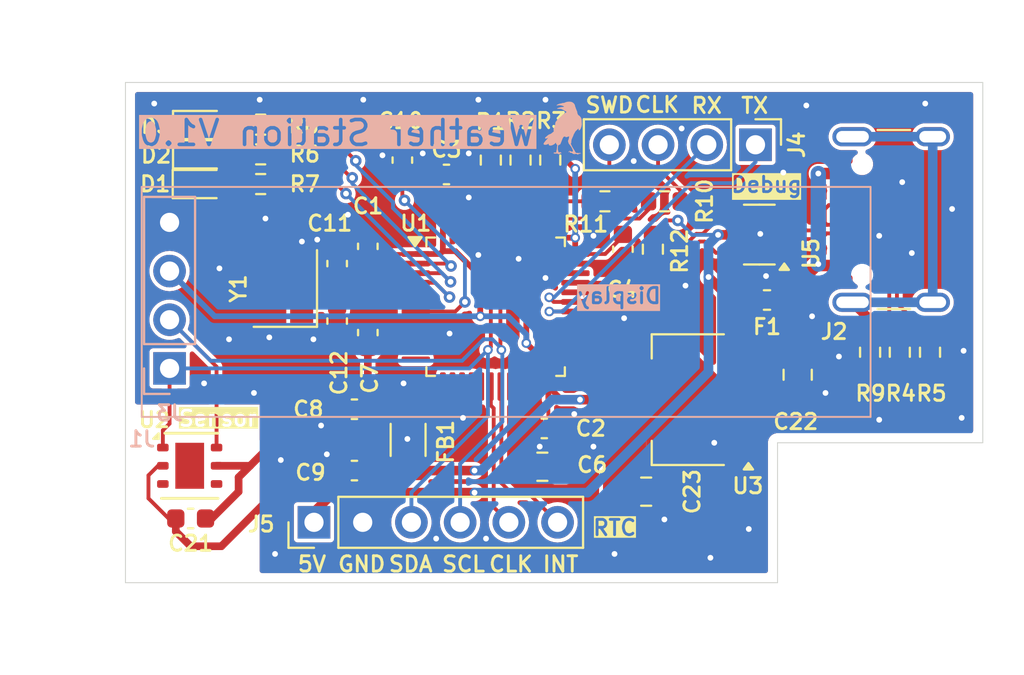
<source format=kicad_pcb>
(kicad_pcb (version 20240108) (generator "pcbnew") (generator_version "8.0")
  (layers (0 "F.Cu" signal) (1 "In1.Cu" signal) (2 "In2.Cu" signal) (31 "B.Cu" signal) (34 "B.Paste" user) (35 "F.Paste" user) (36 "B.SilkS" user "B.Silkscreen") (37 "F.SilkS" user "F.Silkscreen") (38 "B.Mask" user) (39 "F.Mask" user) (44 "Edge.Cuts" user))
  (net 0 "")
  (net 1 "+3.3V")
  (net 2 "GND")
  (net 3 "+3.3VA")
  (net 4 "/NRST")
  (net 5 "/OSC_IN")
  (net 6 "/OSC_OUT")
  (net 7 "/I2C1_SCL")
  (net 8 "/I2C1_SDA")
  (net 9 "/BOOT0")
  (net 15 "/SWDIO")
  (net 21 "Net-(D1-A)")
  (net 23 "Net-(D2-A)")
  (net 24 "VBUS")
  (net 25 "/SWCLK")
  (net 29 "Net-(D3-A)")
  (net 37 "/RTC_CLK")
  (net 38 "/RTC_INT")
  (net 39 "/LED_R")
  (net 40 "/LED_W")
  (net 41 "/LED_B")
  (net 42 "/VBUS_IN")
  (net 43 "/USB_D-")
  (net 44 "/USB_D+")
  (net 45 "/USART1_RX")
  (net 46 "/USART1_TX")
  (net 49 "Net-(J2-SHIELD)")
  (net 50 "/CC1")
  (net 51 "/CC2")
  (net 54 "/uC_SWDIO")
  (net 55 "/uC_SWCLK")
  (footprint "Connector_USB:USB_C_Receptacle_GCT_USB4105-xx-A_16P_TopMnt_Horizontal" (layer "F.Cu") (at 187.015 78.35 90)
    (property "Reference" "J2")
    (property "Value" "TYPE-C16PIN")
  )
  (footprint "Capacitor_SMD:C_0805_2012Metric" (layer "F.Cu") (at 173.150002 92.55)
    (property "Reference" "C23")
    (property "Value" "22u/10V")
  )
  (footprint "Package_QFP:LQFP-48_7x7mm_P0.5mm" (layer "F.Cu") (at 165.3 82.9)
    (property "Reference" "U1")
    (property "Value" "STM32F103C8T6")
  )
  (footprint "Capacitor_SMD:C_0603_1608Metric" (layer "F.Cu") (at 167.8375 89.25 180)
    (property "Reference" "C2")
    (property "Value" "100n/10V")
  )
  (footprint "Capacitor_SMD:C_0603_1608Metric" (layer "F.Cu") (at 171.9375 79.9 -90)
    (property "Reference" "C4")
    (property "Value" "100n/10V")
  )
  (footprint "Resistor_SMD:R_0603_1608Metric" (layer "F.Cu") (at 165.05 75.25 -90)
    (property "Reference" "R1")
    (property "Value" "10k")
  )
  (footprint "Connector_PinHeader_2.54mm:PinHeader_1x04_P2.54mm_Vertical" (layer "F.Cu") (at 178.85 74.45 -90)
    (property "Reference" "J4")
    (property "Value" "B-2100S04P-A110")
  )
  (footprint "Inductor_SMD:L_1206_3216Metric" (layer "F.Cu") (at 160.7375 89.85 -90)
    (property "Reference" "FB1")
    (property "Value" "GZ1608D601TF")
  )
  (footprint "Connector_PinHeader_2.54mm:PinHeader_1x06_P2.54mm_Vertical" (layer "F.Cu") (at 155.83 94.15 90)
    (property "Reference" "J5")
    (property "Value" "ZX-PZ2.54-1-6PZZ")
  )
  (footprint "Capacitor_SMD:C_0603_1608Metric" (layer "F.Cu") (at 162.7375 76)
    (property "Reference" "C3")
    (property "Value" "100n/10V")
  )
  (footprint "Capacitor_SMD:C_0603_1608Metric" (layer "F.Cu") (at 157.9375 88.25 180)
    (property "Reference" "C8")
    (property "Value" "1u/10V")
  )
  (footprint "LED_SMD:LED_0603_1608Metric" (layer "F.Cu") (at 149.965 74.95)
    (property "Reference" "D2")
    (property "Value" "KT-0603R")
  )
  (footprint "Package_TO_SOT_SMD:SOT-223-3_TabPin2" (layer "F.Cu") (at 175.350001 87.75 180)
    (property "Reference" "U3")
    (property "Value" "AMS1117-3.3")
  )
  (footprint "Capacitor_SMD:C_0805_2012Metric" (layer "F.Cu") (at 181.050001 86.45 -90)
    (property "Reference" "C22")
    (property "Value" "22u/10V")
  )
  (footprint "Resistor_SMD:R_0603_1608Metric" (layer "F.Cu") (at 153.05 76.5 180)
    (property "Reference" "R7")
    (property "Value" "330R")
  )
  (footprint "Resistor_SMD:R_0603_1608Metric" (layer "F.Cu") (at 171 77.4)
    (property "Reference" "R11")
    (property "Value" "100R")
  )
  (footprint "Resistor_SMD:R_0603_1608Metric" (layer "F.Cu") (at 186.375 85.275 90)
    (property "Reference" "R4")
    (property "Value" "5k1")
  )
  (footprint "Capacitor_SMD:C_0603_1608Metric" (layer "F.Cu") (at 160.4375 75.25 -90)
    (property "Reference" "C10")
    (property "Value" "100n/10V")
  )
  (footprint "Resistor_SMD:R_0603_1608Metric" (layer "F.Cu") (at 153.05 73.4 180)
    (property "Reference" "R8")
    (property "Value" "330R")
  )
  (footprint "Resistor_SMD:R_0603_1608Metric" (layer "F.Cu") (at 173.5 79.9 -90)
    (property "Reference" "R12")
    (property "Value" "1k5")
  )
  (footprint "Capacitor_SMD:C_0603_1608Metric" (layer "F.Cu") (at 158.6375 84.25 90)
    (property "Reference" "C7")
    (property "Value" "100n/10V")
  )
  (footprint "Resistor_SMD:R_0603_1608Metric" (layer "F.Cu") (at 174.1 77.4)
    (property "Reference" "R10")
    (property "Value" "100R")
  )
  (footprint "Capacitor_SMD:C_0805_2012Metric" (layer "F.Cu") (at 167.7375 91.25 180)
    (property "Reference" "C6")
    (property "Value" "10u/10V")
  )
  (footprint "Resistor_SMD:R_0603_1608Metric" (layer "F.Cu") (at 168.15 75.25 -90)
    (property "Reference" "R3")
    (property "Value" "4k7")
  )
  (footprint "LED_SMD:LED_0603_1608Metric" (layer "F.Cu") (at 149.965 73.42)
    (property "Reference" "D3")
    (property "Value" "19-217/BHC-ZL1M2RY/6T")
  )
  (footprint "Resistor_SMD:R_0603_1608Metric" (layer "F.Cu") (at 153.05 74.95 180)
    (property "Reference" "R6")
    (property "Value" "330R")
  )
  (footprint "Fuse:Fuse_0603_1608Metric" (layer "F.Cu") (at 179.45 82.55)
    (property "Reference" "F1")
    (property "Value" "CFS06V3T1R0")
  )
  (footprint "LED_SMD:LED_0603_1608Metric" (layer "F.Cu") (at 149.95 76.5)
    (property "Reference" "D1")
    (property "Value" "KT-0603W")
  )
  (footprint "Resistor_SMD:R_0603_1608Metric" (layer "F.Cu") (at 166.6 75.25 -90)
    (property "Reference" "R2")
    (property "Value" "4k7")
  )
  (footprint "Capacitor_SMD:C_0603_1608Metric" (layer "F.Cu") (at 157.0375 80.65 -90)
    (property "Reference" "C11")
    (property "Value" "10p/10V")
  )
  (footprint "Resistor_SMD:R_0603_1608Metric" (layer "F.Cu") (at 184.825 85.275 90)
    (property "Reference" "R9")
    (property "Value" "1M")
  )
  (footprint "Capacitor_SMD:C_0603_1608Metric" (layer "F.Cu") (at 158.6375 79.75 90)
    (property "Reference" "C1")
    (property "Value" "100n/10V")
  )
  (footprint "Capacitor_SMD:C_0603_1608Metric" (layer "F.Cu") (at 157.0375 83.65 90)
    (property "Reference" "C12")
    (property "Value" "10p/10V")
  )
  (footprint "Package_TO_SOT_SMD:SOT-23-6" (layer "F.Cu") (at 179.05 79.1375 180)
    (property "Reference" "U5")
    (property "Value" "SRV05-4")
  )
  (footprint "Capacitor_SMD:C_0603_1608Metric" (layer "F.Cu") (at 149.400002 93.95)
    (property "Reference" "C21")
    (property "Value" "100n/10V")
  )
  (footprint "Crystal:Crystal_SMD_3225-4Pin_3.2x2.5mm" (layer "F.Cu") (at 154.3375 81.95 90)
    (property "Reference" "Y1")
    (property "Value" "X322516MLB4SI")
  )
  (footprint "Package_SON:Texas_PWSON-N6" (layer "F.Cu") (at 149.350001 91.2)
    (property "Reference" "U2")
    (property "Value" "HDC1080DMBR")
  )
  (footprint "Capacitor_SMD:C_0603_1608Metric" (layer "F.Cu") (at 157.9375 91.45 180)
    (property "Reference" "C9")
    (property "Value" "1u/10V")
  )
  (footprint "Resistor_SMD:R_0603_1608Metric" (layer "F.Cu") (at 187.95 85.275 -90)
    (property "Reference" "R5")
    (property "Value" "5k1")
  )
  (footprint "Capacitor_SMD:C_0402_1005Metric" (layer "B.Cu") (at 146.85 88.65)
    (property "Reference" "J1")
    (property "Value" "HS91L02W2C01")
  )
  (footprint "LOGO" (layer "B.Cu") (at 168.8 73.6 180)
    (property "Reference" "G***" (hide yes))
    (property "Value" "LOGO" (hide yes))
  )
  (footprint "Connector_PinHeader_2.54mm:PinHeader_1x04_P2.54mm_Vertical" (layer "B.Cu") (at 148.3 86.12)
    (property "Reference" "J3")
    (property "Value" "B-2100S04P-A110")
  )
  (gr_line (start 180 97.3) (end 146 97.3) (stroke (width 0.05)) (layer "Edge.Cuts"))
  (gr_line (start 180 90) (end 180 97.3) (stroke (width 0.05)) (layer "Edge.Cuts"))
  (gr_line (start 146 71.2) (end 190.7 71.2) (stroke (width 0.05)) (layer "Edge.Cuts"))
  (gr_line (start 146 97.3) (end 146 71.2) (stroke (width 0.05)) (layer "Edge.Cuts"))
  (gr_line (start 190.7 90) (end 180 90) (stroke (width 0.05)) (layer "Edge.Cuts"))
  (gr_line (start 190.7 71.2) (end 190.7 90) (stroke (width 0.05)) (layer "Edge.Cuts"))
  (gr_text "Weather Station V1.0" (at 167.5 74.6 0) (layer "B.SilkS" knockout) (effects (font (size 1.3 1.3) (thickness 0.1875)) (justify left bottom mirror)))
  (gr_text "Display" (at 174 82.8 0) (layer "B.SilkS" knockout) (effects (font (size 0.8 0.8) (thickness 0.15) (bold yes)) (justify left bottom mirror)))
  (gr_text "Sensor" (at 148.7 89.2 0) (layer "F.SilkS" knockout) (effects (font (size 0.8 0.8) (thickness 0.15) (bold yes)) (justify left bottom)))
  (gr_text "GND" (at 157 96.8 0) (layer "F.SilkS") (effects (font (size 0.8 0.8) (thickness 0.15) (bold yes)) (justify left bottom)))
  (gr_text "5V" (at 154.9 96.8 0) (layer "F.SilkS") (effects (font (size 0.8 0.8) (thickness 0.15) (bold yes)) (justify left bottom)))
  (gr_text "TX" (at 178.025 72.875 0) (layer "F.SilkS") (effects (font (size 0.8 0.8) (thickness 0.15) (bold yes)) (justify left bottom)))
  (gr_text "RX" (at 175.425 72.875 0) (layer "F.SilkS") (effects (font (size 0.8 0.8) (thickness 0.15) (bold yes)) (justify left bottom)))
  (gr_text "SWD" (at 169.9 72.85 0) (layer "F.SilkS") (effects (font (size 0.8 0.8) (thickness 0.15) (bold yes)) (justify left bottom)))
  (gr_text "RTC" (at 170.3 94.9 0) (layer "F.SilkS" knockout) (effects (font (size 0.8 0.8) (thickness 0.15) (bold yes)) (justify left bottom)))
  (gr_text "SCL" (at 162.425 96.8 0) (layer "F.SilkS") (effects (font (size 0.8 0.8) (thickness 0.15) (bold yes)) (justify left bottom)))
  (gr_text "CLK" (at 164.875 96.8 0) (layer "F.SilkS") (effects (font (size 0.8 0.8) (thickness 0.15) (bold yes)) (justify left bottom)))
  (gr_text "INT" (at 167.675 96.8 0) (layer "F.SilkS") (effects (font (size 0.8 0.8) (thickness 0.15) (bold yes)) (justify left bottom)))
  (gr_text "SDA" (at 159.65 96.8 0) (layer "F.SilkS") (effects (font (size 0.8 0.8) (thickness 0.15) (bold yes)) (justify left bottom)))
  (gr_text "Debug" (at 177.5 77 0) (layer "F.SilkS" knockout) (effects (font (size 0.8 0.8) (thickness 0.15) (bold yes)) (justify left bottom)))
  (gr_text "CLK" (at 172.5 72.825 0) (layer "F.SilkS") (effects (font (size 0.8 0.8) (thickness 0.15) (bold yes)) (justify left bottom)))
  (segment (start 171.0125 80.15) (end 171.9375 79.225) (width 0.2) (layer "F.Cu") (net 1))
  (segment (start 168.05 87.0625) (end 168.05 88.6875) (width 0.2) (layer "F.Cu") (net 1))
  (segment (start 166.9 84.8) (end 166.9 81.325) (width 0.3) (layer "F.Cu") (net 1))
  (segment (start 151.9 91.8) (end 151.9 92.55) (width 0.4) (layer "F.Cu") (net 1))
  (segment (start 160.7625 91.45) (end 160.7375 91.425) (width 0.5) (layer "F.Cu") (net 1))
  (segment (start 153.9 89.8) (end 152.5 91.2) (width 0.4) (layer "F.Cu") (net 1))
  (segment (start 170.700002 89.25) (end 168.6125 89.25) (width 0.2) (layer "F.Cu") (net 1))
  (segment (start 172.200002 87.75) (end 170.700002 89.25) (width 0.2) (layer "F.Cu") (net 1))
  (segment (start 159.0125 80.15) (end 158.6375 80.525) (width 0.2) (layer "F.Cu") (net 1))
  (segment (start 168.6125 89.25) (end 168.6125 91.175001) (width 0.4) (layer "F.Cu") (net 1))
  (segment (start 162.4 80.15) (end 161.1375 80.15) (width 0.3) (layer "F.Cu") (net 1))
  (segment (start 166.9 84.8) (end 168.05 85.95) (width 0.3) (layer "F.Cu") (net 1))
  (segment (start 163.2 80) (end 162.55 80) (width 0.3) (layer "F.Cu") (net 1))
  (segment (start 162.55 80) (end 162.55 78.7375) (width 0.3) (layer "F.Cu") (net 1))
  (segment (start 169.4625 80.15) (end 171.0125 80.15) (width 0.2) (layer "F.Cu") (net 1))
  (segment (start 162.55 80) (end 162.4 80.15) (width 0.3) (layer "F.Cu") (net 1))
  (segment (start 161.9625 76.4125) (end 161.9625 76) (width 0.2) (layer "F.Cu") (net 1))
  (segment (start 162.55 78.7375) (end 162.55 77) (width 0.2) (layer "F.Cu") (net 1))
  (segment (start 169.45 80.1375) (end 169.4625 80.15) (width 0.3) (layer "F.Cu") (net 1))
  (segment (start 166.6 74.425) (end 168.15 74.425) (width 0.2) (layer "F.Cu") (net 1))
  (segment (start 159.1125 89.8) (end 153.9 89.8) (width 0.4) (layer "F.Cu") (net 1))
  (segment (start 169.45 79.3) (end 169.45 80.1375) (width 0.3) (layer "F.Cu") (net 1))
  (segment (start 152.5 91.2) (end 150.75 91.2) (width 0.4) (layer "F.Cu") (net 1))
  (segment (start 161.1375 80.15) (end 159.0125 80.15) (width 0.2) (layer "F.Cu") (net 1))
  (segment (start 152.5 91.2) (end 151.9 91.8) (width 0.4) (layer "F.Cu") (net 1))
  (segment (start 168.05 85.95) (end 168.05 87.0625) (width 0.3) (layer "F.Cu") (net 1))
  (segment (start 168.6125 91.175001) (end 168.687499 91.25) (width 0.4) (layer "F.Cu") (net 1))
  (segment (start 172.200002 87.75) (end 169.7 87.75) (width 0.5) (layer "F.Cu") (net 1))
  (segment (start 150.5 93.95) (end 150.175002 93.95) (width 0.4) (layer "F.Cu") (net 1))
  (segment (start 168.925 79.3) (end 169.45 79.3) (width 0.3) (layer "F.Cu") (net 1))
  (segment (start 160.7375 91.425) (end 159.1125 89.8) (width 0.4) (layer "F.Cu") (net 1))
  (segment (start 164.5 81.3) (end 163.2 80) (width 0.3) (layer "F.Cu") (net 1))
  (segment (start 169.7 87.75) (end 168.7375 87.75) (width 0.3) (layer "F.Cu") (net 1))
  (segment (start 151.9 92.55) (end 150.5 93.95) (width 0.4) (layer "F.Cu") (net 1))
  (segment (start 168.05 88.6875) (end 168.6125 89.25) (width 0.2) (layer "F.Cu") (net 1))
  (segment (start 168.7375 87.75) (end 168.05 87.0625) (width 0.3) (layer "F.Cu") (net 1))
  (segment (start 164.2 91.45) (end 160.7625 91.45) (width 0.5) (layer "F.Cu") (net 1))
  (segment (start 169.425 75.7) (end 168.15 74.425) (width 0.3) (layer "F.Cu") (net 1))
  (segment (start 164.5 83.4) (end 164.5 81.3) (width 0.3) (layer "F.Cu") (net 1))
  (segment (start 169.45 75.7) (end 169.425 75.7) (width 0.3) (layer "F.Cu") (net 1))
  (segment (start 162.55 77) (end 161.9625 76.4125) (width 0.2) (layer "F.Cu") (net 1))
  (segment (start 158.7375 91.425) (end 158.7125 91.45) (width 0.4) (layer "F.Cu") (net 1))
  (segment (start 160.7375 91.425) (end 158.7375 91.425) (width 0.4) (layer "F.Cu") (net 1))
  (segment (start 166.9 81.325) (end 168.925 79.3) (width 0.3) (layer "F.Cu") (net 1))
  (via (at 169.45 79.3) (size 0.5) (drill 0.3) (layers "F.Cu" "B.Cu") (net 1))
  (via (at 164.5 83.4) (size 0.5) (drill 0.3) (layers "F.Cu" "B.Cu") (net 1))
  (via (at 169.45 75.7) (size 0.5) (drill 0.3) (layers "F.Cu" "B.Cu") (net 1))
  (via (at 164.2 91.45) (size 0.5) (drill 0.3) (layers "F.Cu" "B.Cu") (net 1))
  (via (at 166.9 84.8) (size 0.5) (drill 0.3) (layers "F.Cu" "B.Cu") (net 1))
  (via (at 169.7 87.75) (size 0.5) (drill 0.3) (layers "F.Cu" "B.Cu") (net 1))
  (segment (start 148.3 81.05) (end 148.3 81.04) (width 0.3) (layer "B.Cu") (net 1))
  (segment (start 164.5 83.4) (end 150.65 83.4) (width 0.3) (layer "B.Cu") (net 1))
  (segment (start 169.45 75.7) (end 169.45 79.3) (width 0.3) (layer "B.Cu") (net 1))
  (segment (start 164.55 91.45) (end 168.25 87.75) (width 0.5) (layer "B.Cu") (net 1))
  (segment (start 168.25 87.75) (end 169.7 87.75) (width 0.5) (layer "B.Cu") (net 1))
  (segment (start 150.65 83.4) (end 148.3 81.05) (width 0.3) (layer "B.Cu") (net 1))
  (segment (start 166.9 84.35) (end 166.9 84.8) (width 0.3) (layer "B.Cu") (net 1))
  (segment (start 165.95 83.4) (end 166.9 84.35) (width 0.3) (layer "B.Cu") (net 1))
  (segment (start 164.2 91.45) (end 164.55 91.45) (width 0.5) (layer "B.Cu") (net 1))
  (segment (start 164.5 83.4) (end 165.95 83.4) (width 0.3) (layer "B.Cu") (net 1))
  (segment (start 157.1625 91.45) (end 154.95 91.45) (width 0.4) (layer "F.Cu") (net 2))
  (segment (start 159.9125 75) (end 160.4375 74.475) (width 0.4) (layer "F.Cu") (net 2))
  (segment (start 182.5 87.4) (end 181.050002 87.4) (width 0.4) (layer "F.Cu") (net 2))
  (segment (start 157.7625 78.1) (end 158.6375 78.975) (width 0.4) (layer "F.Cu") (net 2))
  (segment (start 163.5125 76.5875) (end 163.5125 76) (width 0.2) (layer "F.Cu") (net 2))
  (segment (start 156.8625 84.6) (end 157.0375 84.425) (width 0.4) (layer "F.Cu") (net 2))
  (segment (start 156.5 90.7875) (end 157.1625 91.45) (width 0.4) (layer "F.Cu") (net 2))
  (segment (start 170.375 80.775) (end 171.9375 80.775) (width 0.2) (layer "F.Cu") (net 2))
  (segment (start 167.6 90.437501) (end 166.787501 91.25) (width 0.4) (layer "F.Cu") (net 2))
  (segment (start 179.1 79.1) (end 180.15 79.1) (width 0.4) (layer "F.Cu") (net 2))
  (segment (start 147.2 91.7) (end 147.7 91.2) (width 0.2) (layer "F.Cu") (net 2))
  (segment (start 159.4 75) (end 159.9125 75) (width 0.4) (layer "F.Cu") (net 2))
  (segment (start 174.1 92.550001) (end 174.100001 92.55) (width 0.4) (layer "F.Cu") (net 2))
  (segment (start 158.8125 83.65) (end 158.6375 83.475) (width 0.2) (layer "F.Cu") (net 2))
  (segment (start 156.2 89.1) (end 156.3125 89.1) (width 0.4) (layer "F.Cu") (net 2))
  (segment (start 176.7 90) (end 178.450001 90) (width 0.4) (layer "F.Cu") (net 2))
  (segment (start 155.2 79.5) (end 155.2 80.8375) (width 0.4) (layer "F.Cu") (net 2))
  (segment (start 157.6 78.1) (end 157.7625 78.1) (width 0.4) (layer "F.Cu") (net 2))
  (segment (start 148.25 93.95) (end 147.2 92.9) (width 0.2) (layer "F.Cu") (net 2))
  (segment (start 148.625002 93.95) (end 148.25 93.95) (width 0.2) (layer "F.Cu") (net 2))
  (segment (start 163.9 74.9) (end 164.575 74.9) (width 0.4) (layer "F.Cu") (net 2))
  (segment (start 167.6 89.7875) (end 167.0625 89.25) (width 0.4) (layer "F.Cu") (net 2))
  (segment (start 163.05 78.7375) (end 163.05 77.05) (width 0.2) (layer "F.Cu") (net 2))
  (segment (start 163.9 75.6125) (end 163.5125 76) (width 0.4) (layer "F.Cu") (net 2))
  (segment (start 149.4 95.4) (end 148.625002 94.625002) (width 0.4) (layer "F.Cu") (net 2))
  (segment (start 163.05 77.05) (end 163.5125 76.5875) (width 0.2) (layer "F.Cu") (net 2))
  (segment (start 157.0375 84.425) (end 157.6875 84.425) (width 0.4) (layer "F.Cu") (net 2))
  (segment (start 174.1 94) (end 174.1 92.550001) (width 0.4) (layer "F.Cu") (net 2))
  (segment (start 169.4625 80.65) (end 170.25 80.65) (width 0.2) (layer "F.Cu") (net 2))
  (segment (start 164.575 74.9) (end 165.05 74.425) (width 0.4) (layer "F.Cu") (net 2))
  (segment (start 167.6 90.2) (end 167.6 90.437501) (width 0.4) (layer "F.Cu") (net 2))
  (segment (start 155.8 84.6) (end 156.8625 84.6) (width 0.4) (layer "F.Cu") (net 2))
  (segment (start 157.6875 84.425) (end 158.6375 83.475) (width 0.4) (layer "F.Cu") (net 2))
  (segment (start 148.625002 94.625002) (end 148.625002 93.95) (width 0.4) (layer "F.Cu") (net 2))
  (segment (start 178.450001 90) (end 178.500001 90.05) (width 0.4) (layer "F.Cu") (net 2))
  (segment (start 156 79.4) (end 156.5625 79.4) (width 0.4) (layer "F.Cu") (net 2))
  (segment (start 161.1375 83.65) (end 158.8125 83.65) (width 0.2) (layer "F.Cu") (net 2))
  (segment (start 156.5 90.6) (end 156.5 90.7875) (width 0.4) (layer "F.Cu") (net 2))
  (segment (start 154.95 91.45) (end 151 95.4) (width 0.4) (layer "F.Cu") (net 2))
  (segment (start 147.7 91.2) (end 147.950002 91.2) (width 0.2) (layer "F.Cu") (net 2))
  (segment (start 151 95.4) (end 149.4 95.4) (width 0.4) (layer "F.Cu") (net 2))
  (segment (start 167.55 88.7625) (end 167.0625 89.25) (width 0.2) (layer "F.Cu") (net 2))
  (segment (start 181.050002 87.4) (end 181.050001 87.399999) (width 0.4) (layer "F.Cu") (net 2))
  (segment (start 153.5 83.0625) (end 153.4875 83.05) (width 0.4) (layer "F.Cu") (net 2))
  (segment (start 167.55 87.0625) (end 167.55 88.7625) (width 0.2) (layer "F.Cu") (net 2))
  (segment (start 180.15 79.1) (end 180.1875 79.1375) (width 0.4) (layer "F.Cu") (net 2))
  (segment (start 156.5625 79.4) (end 157.0375 79.875) (width 0.4) (layer "F.Cu") (net 2))
  (segment (start 163.9 74.9) (end 163.9 75.6125) (width 0.4) (layer "F.Cu") (net 2))
  (segment (start 155.2 80.8375) (end 155.1875 80.85) (width 0.4) (layer "F.Cu") (net 2))
  (segment (start 170.25 80.65) (end 170.375 80.775) (width 0.2) (layer "F.Cu") (net 2))
  (segment (start 156.3125 89.1) (end 157.1625 88.25) (width 0.4) (layer "F.Cu") (net 2))
  (segment (start 167.6 90.2) (end 167.6 89.7875) (width 0.4) (layer "F.Cu") (net 2))
  (segment (start 147.2 92.9) (end 147.2 91.7) (width 0.2) (layer "F.Cu") (net 2))
  (segment (start 153.5 84.5) (end 153.5 83.0625) (width 0.4) (layer "F.Cu") (net 2))
  (via (at 189.1 77.8) (size 0.6) (drill 0.3) (layers "F.Cu" "B.Cu") (net 2))
  (via (at 176.7 90) (size 0.6) (drill 0.3) (layers "F.Cu" "B.Cu") (net 2))
  (via (at 160.5 86.9) (size 0.6) (drill 0.3) (layers "F.Cu" "B.Cu") (net 2))
  (via (at 185.3 79.2) (size 0.6) (drill 0.3) (layers "F.Cu" "B.Cu") (net 2))
  (via (at 150.1 86.9) (size 0.6) (drill 0.3) (layers "F.Cu" "B.Cu") (net 2))
  (via (at 153.5 84.5) (size 0.6) (drill 0.3) (layers "F.Cu" "B.Cu") (net 2))
  (via (at 156.2 89.1) (size 0.6) (drill 0.3) (layers "F.Cu" "B.Cu") (net 2))
  (via (at 189.7 85.2) (size 0.6) (drill 0.3) (layers "F.Cu" "B.Cu") (net 2))
  (via (at 160.7 89.8) (size 0.6) (drill 0.3) (layers "F.Cu" "B.Cu") (net 2))
  (via (at 167.9 72.1) (size 0.6) (drill 0.3) (layers "F.Cu" "B.Cu") (net 2))
  (via (at 164.4 80.2) (size 0.6) (drill 0.3) (layers "F.Cu" "B.Cu") (net 2))
  (via (at 170.4 90.2) (size 0.6) (drill 0.3) (layers "F.Cu" "B.Cu") (net 2))
  (via (at 181.8 83.4) (size 0.6) (drill 0.3) (layers "F.Cu" "B.Cu") (net 2))
  (via (at 187 80.1) (size 0.6) (drill 0.3) (layers "F.Cu" "B.Cu") (net 2))
  (via (at 155.8 84.6) (size 0.6) (drill 0.3) (layers "F.Cu" "B.Cu") (net 2))
  (via (at 181.5 72.4) (size 0.6) (drill 0.3) (layers "F.Cu" "B.Cu") (net 2))
  (via (at 166.5 80.4) (size 0.6) (drill 0.3) (layers "F.Cu" "B.Cu") (net 2))
  (via (at 170.4 79.2) (size 0.6) (drill 0.3) (layers "F.Cu" "B.Cu") (net 2))
  (via (at 174.1 94) (size 0.6) (drill 0.3) (layers "F.Cu" "B.Cu") (net 2))
  (via (at 147.5 72.3) (size 0.6) (drill 0.3) (layers "F.Cu" "B.Cu") (net 2))
  (via (at 150.9 80.9) (size 0.6) (drill 0.3) (layers "F.Cu" "B.Cu") (net 2))
  (via (at 176.5 96) (size 0.6) (drill 0.3) (layers "F.Cu" "B.Cu") (net 2))
  (via (at 164.8 95) (size 0.6) (drill 0.3) (layers "F.Cu" "B.Cu") (net 2))
  (via (at 158.4 72.1) (size 0.6) (drill 0.3) (layers "F.Cu" "B.Cu") (net 2))
  (via (at 169.4 88.5) (size 0.6) (drill 0.3) (layers "F.Cu" "B.Cu") (net 2))
  (via (at 175 73.6) (size 0.6) (drill 0.3) (layers "F.Cu" "B.Cu") (net 2))
  (via (at 156 79.4) (size 0.6) (drill 0.3) (layers "F.Cu" "B.Cu") (net 2))
  (via (at 163.9 77.2) (size 0.6) (drill 0.3) (layers "F.Cu" "B.Cu") (net 2))
  (via (at 179.1 79.1) (size 0.6) (drill 0.3) (layers "F.Cu" "B.Cu") (net 2))
  (via (at 179.4 81.3) (size 0.6) (drill 0.3) (layers "F.Cu" "B.Cu") (net 2))
  (via (at 154.1 90.9) (size 0.6) (drill 0.3) (layers "F.Cu" "B.Cu") (net 2))
  (via (at 167.9 81.4) (size 0.6) (drill 0.3) (layers "F.Cu" "B.Cu") (net 2))
  (via (at 172 83.5) (size 0.6) (drill 0.3) (layers "F.Cu" "B.Cu") (net 2))
  (via (at 162.9 84.3) (size 0.6) (drill 0.3) (layers "F.Cu" "B.Cu") (net 2))
  (via (at 157.6 78.1) (size 0.6) (drill 0.3) (layers "F.Cu" "B.Cu") (net 2))
  (via (at 164.4 72.1) (size 0.6) (drill 0.3) (layers "F.Cu" "B.Cu") (net 2))
  (via (at 185.3 88.8) (size 0.6) (drill 0.3) (layers "F.Cu" "B.Cu") (net 2))
  (via (at 186.5 76.4) (size 0.6) (drill 0.3) (layers "F.Cu" "B.Cu") (net 2))
  (via (at 182.5 87.4) (size 0.6) (drill 0.3) (layers "F.Cu" "B.Cu") (net 2))
  (via (at 163.6 88.7) (size 0.6) (drill 0.3) (layers "F.Cu" "B.Cu") (net 2))
  (via (at 175.2 81.8) (size 0.6) (drill 0.3) (layers "F.Cu" "B.Cu") (net 2))
  (via (at 152.7 87.4) (size 0.6) (drill 0.3) (layers "F.Cu" "B.Cu") (net 2))
  (via (at 155.2 79.5) (size 0.6) (drill 0.3) (layers "F.Cu" "B.Cu") (net 2))
  (via (at 159.4 75) (size 0.6) (drill 0.3) (layers "F.Cu" "B.Cu") (net 2))
  (via (at 151.4 84.6) (size 0.6) (drill 0.3) (layers "F.Cu" "B.Cu") (net 2))
  (via (at 180.3 75.9) (size 0.6) (drill 0.3) (layers "F.Cu" "B.Cu") (net 2))
  (via (at 171.5 95.8) (size 0.6) (drill 0.3) (layers "F.Cu" "B.Cu") (net 2))
  (via (at 167.6 90.2) (size 0.6) (drill 0.3) (layers "F.Cu" "B.Cu") (net 2))
  (via (at 183.2 85.5) (size 0.6) (drill 0.3) (layers "F.Cu" "B.Cu") (net 2))
  (via (at 178.5 94.5) (size 0.6) (drill 0.3) (layers "F.Cu" "B.Cu") (net 2))
  (via (at 156.5 90.6) (size 0.6) (drill 0.3) (layers "F.Cu" "B.Cu") (net 2))
  (via (at 187.7 72.3) (size 0.6) (drill 0.3) (layers "F.Cu" "B.Cu") (net 2))
  (via (at 163.9 74.9) (size 0.6) (drill 0.3) (layers "F.Cu" "B.Cu") (net 2))
  (via (at 153.8 95.8) (size 0.6) (drill 0.3) (layers "F.Cu" "B.Cu") (net 2))
  (via (at 162.2 95) (size 0.6) (drill 0.3) (layers "F.Cu" "B.Cu") (net 2))
  (via (at 153 72.1) (size 0.6) (drill 0.3) (layers "F.Cu" "B.Cu") (net 2))
  (via (at 172.5 75.3) (size 0.6) (drill 0.3) (layers "F.Cu" "B.Cu") (net 2))
  (via (at 161.5 74.9) (size 0.6) (drill 0.3) (layers "F.Cu" "B.Cu") (net 2))
  (via (at 153.3 78.3) (size 0.6) (drill 0.3) (layers "F.Cu" "B.Cu") (net 2))
  (via (at 189.6 88.7) (size 0.6) (drill 0.3) (layers "F.Cu" "B.Cu") (net 2))
  (segment (start 160.7125 88.25) (end 160.7375 88.275) (width 0.4) (layer "F.Cu") (net 3))
  (segment (start 159.225 85.025) (end 158.6375 85.025) (width 0.4) (layer "F.Cu") (net 3))
  (segment (start 160.05 84.2) (end 159.225 85.025) (width 0.4) (layer "F.Cu") (net 3))
  (segment (start 158.7125 88.25) (end 160.7125 88.25) (width 0.4) (layer "F.Cu") (net 3))
  (segment (start 160.100001 84.149999) (end 160.05 84.2) (width 0.2) (layer "F.Cu") (net 3))
  (segment (start 161.1375 84.149999) (end 160.100001 84.149999) (width 0.2) (layer "F.Cu") (net 3))
  (segment (start 158.6375 85.025) (end 158.6375 88.175) (width 0.4) (layer "F.Cu") (net 3))
  (segment (start 158.6375 88.175) (end 158.7125 88.25) (width 0.4) (layer "F.Cu") (net 3))
  (segment (start 163.2 83.15) (end 163.7 82.65) (width 0.2) (layer "F.Cu") (net 4))
  (segment (start 160.4375 77.2375) (end 160.4375 76.025) (width 0.2) (layer "F.Cu") (net 4))
  (segment (start 160.55 77.35) (end 160.4375 77.2375) (width 0.2) (layer "F.Cu") (net 4))
  (segment (start 161.1375 83.15) (end 163.2 83.15) (width 0.2) (layer "F.Cu") (net 4))
  (via (at 163.7 82.65) (size 0.6) (drill 0.3) (layers "F.Cu" "B.Cu") (net 4))
  (via (at 160.55 77.35) (size 0.6) (drill 0.3) (layers "F.Cu" "B.Cu") (net 4))
  (segment (start 163.7 80.5) (end 160.55 77.35) (width 0.2) (layer "B.Cu") (net 4))
  (segment (start 163.7 82.65) (end 163.7 80.5) (width 0.2) (layer "B.Cu") (net 4))
  (segment (start 157.0375 81.425) (end 156.6125 81.85) (width 0.2) (layer "F.Cu") (net 5))
  (segment (start 160.3 82.15) (end 159.8 81.65) (width 0.2) (layer "F.Cu") (net 5))
  (segment (start 161.1375 82.15) (end 160.3 82.15) (width 0.2) (layer "F.Cu") (net 5))
  (segment (start 156.6125 81.85) (end 154.4 81.85) (width 0.2) (layer "F.Cu") (net 5))
  (segment (start 159.8 81.65) (end 157.2625 81.65) (width 0.2) (layer "F.Cu") (net 5))
  (segment (start 153.4875 80.9375) (end 153.4875 80.85) (width 0.2) (layer "F.Cu") (net 5))
  (segment (start 157.2625 81.65) (end 157.0375 81.425) (width 0.2) (layer "F.Cu") (net 5))
  (segment (start 154.4 81.85) (end 153.4875 80.9375) (width 0.2) (layer "F.Cu") (net 5))
  (segment (start 157.0375 82.875) (end 155.3625 82.875) (width 0.2) (layer "F.Cu") (net 6))
  (segment (start 155.3625 82.875) (end 155.1875 83.05) (width 0.2) (layer "F.Cu") (net 6))
  (segment (start 157.2625 82.65) (end 161.1375 82.65) (width 0.2) (layer "F.Cu") (net 6))
  (segment (start 157.0375 82.875) (end 157.2625 82.65) (width 0.2) (layer "F.Cu") (net 6))
  (segment (start 148.3 83.58) (end 150.750001 86.030001) (width 0.2) (layer "F.Cu") (net 7))
  (segment (start 165.55 77.96759) (end 165.91759 77.6) (width 0.2) (layer "F.Cu") (net 7))
  (segment (start 168.15 76.5) (end 168.15 76.075) (width 0.2) (layer "F.Cu") (net 7))
  (segment (start 165.55 85.108363) (end 165.55 78.7375) (width 0.2) (layer "F.Cu") (net 7))
  (segment (start 150.750001 86.030001) (end 150.750001 90.25) (width 0.2) (layer "F.Cu") (net 7))
  (segment (start 167.05 77.6) (end 168.15 76.5) (width 0.2) (layer "F.Cu") (net 7))
  (segment (start 165.55 78.7375) (end 165.55 77.96759) (width 0.2) (layer "F.Cu") (net 7))
  (segment (start 165.91759 77.6) (end 167.05 77.6) (width 0.2) (layer "F.Cu") (net 7))
  (segment (start 165.599953 85.158316) (end 165.55 85.108363) (width 0.2) (layer "F.Cu") (net 7))
  (via (at 165.599953 85.158316) (size 0.5) (drill 0.3) (layers "F.Cu" "B.Cu") (net 7))
  (segment (start 150.44 85.72) (end 148.3 83.58) (width 0.2) (layer "B.Cu") (net 7))
  (segment (start 165.599953 85.158316) (end 165.65 85.208363) (width 0.2) (layer "B.Cu") (net 7))
  (segment (start 165.65 85.208363) (end 165.65 88.9) (width 0.2) (layer "B.Cu") (net 7))
  (segment (start 163.45 91.1) (end 163.45 94.15) (width 0.2) (layer "B.Cu") (net 7))
  (segment (start 165.599953 85.158316) (end 165.599953 85.072135) (width 0.2) (layer "B.Cu") (net 7))
  (segment (start 165.599953 85.072135) (end 165.127818 84.6) (width 0.2) (layer "B.Cu") (net 7))
  (segment (start 165.127818 84.6) (end 164.672182 84.6) (width 0.2) (layer "B.Cu") (net 7))
  (segment (start 165.65 88.9) (end 163.45 91.1) (width 0.2) (layer "B.Cu") (net 7))
  (segment (start 164.672182 84.6) (end 163.552182 85.72) (width 0.2) (layer "B.Cu") (net 7))
  (segment (start 163.552182 85.72) (end 150.44 85.72) (width 0.2) (layer "B.Cu") (net 7))
  (segment (start 147.950001 89.349999) (end 147.950001 90.25) (width 0.2) (layer "F.Cu") (net 8))
  (segment (start 148.3 86.12) (end 148.3 89) (width 0.2) (layer "F.Cu") (net 8))
  (segment (start 148.3 89) (end 147.950001 89.349999) (width 0.2) (layer "F.Cu") (net 8))
  (segment (start 164.9 85.15) (end 165.05 85) (width 0.2) (layer "F.Cu") (net 8))
  (segment (start 166.2 77) (end 166.6 76.6) (width 0.2) (layer "F.Cu") (net 8))
  (segment (start 165.05 77.35) (end 165.4 77) (width 0.2) (layer "F.Cu") (net 8))
  (segment (start 165.05 85) (end 165.05 78.7375) (width 0.2) (layer "F.Cu") (net 8))
  (segment (start 166.6 76.6) (end 166.6 76.075) (width 0.2) (layer "F.Cu") (net 8))
  (segment (start 165.4 77) (end 166.2 77) (width 0.2) (layer "F.Cu") (net 8))
  (segment (start 165.05 78.7375) (end 165.05 77.35) (width 0.2) (layer "F.Cu") (net 8))
  (via (at 164.9 85.15) (size 0.5) (drill 0.3) (layers "F.Cu" "B.Cu") (net 8))
  (segment (start 160.91 92.59) (end 160.91 94.15) (width 0.2) (layer "B.Cu") (net 8))
  (segment (start 164.9 88.6) (end 160.91 92.59) (width 0.2) (layer "B.Cu") (net 8))
  (segment (start 164.9 85.15) (end 163.93 86.12) (width 0.2) (layer "B.Cu") (net 8))
  (segment (start 163.93 86.12) (end 148.3 86.12) (width 0.2) (layer "B.Cu") (net 8))
  (segment (start 164.9 85.15) (end 164.9 88.6) (width 0.2) (layer "B.Cu") (net 8))
  (segment (start 164.55 76.8) (end 165.05 76.3) (width 0.2) (layer "F.Cu") (net 9))
  (segment (start 164.55 78.7375) (end 164.55 76.8) (width 0.2) (layer "F.Cu") (net 9))
  (segment (start 165.05 76.3) (end 165.05 76.075) (width 0.2) (layer "F.Cu") (net 9))
  (segment (start 171.825 76.525) (end 171.23 75.93) (width 0.2) (layer "F.Cu") (net 15))
  (segment (start 171.825 77.4) (end 171.825 76.525) (width 0.2) (layer "F.Cu") (net 15))
  (segment (start 171.23 75.93) (end 171.23 74.45) (width 0.2) (layer "F.Cu") (net 15))
  (segment (start 150.7375 76.5) (end 152.225 76.5) (width 0.2) (layer "F.Cu") (net 21))
  (segment (start 152.225 74.95) (end 150.7525 74.95) (width 0.2) (layer "F.Cu") (net 23))
  (segment (start 156.85 92.6) (end 155.83 93.62) (width 0.5) (layer "F.Cu") (net 24))
  (segment (start 177.9 79.15) (end 177.9125 79.1375) (width 0.5) (layer "F.Cu") (net 24))
  (segment (start 174.175 78.4) (end 173.5 79.075) (width 0.2) (layer "F.Cu") (net 24))
  (segment (start 174.8 78.4) (end 174.175 78.4) (width 0.2) (layer "F.Cu") (net 24))
  (segment (start 164.2 92.6) (end 156.85 92.6) (width 0.5) (layer "F.Cu") (net 24))
  (segment (start 177.6 82.55) (end 176.4 81.35) (width 0.5) (layer "F.Cu") (net 24))
  (segment (start 155.83 93.62) (end 155.83 94.15) (width 0.5) (layer "F.Cu") (net 24))
  (segment (start 176.9 79.15) (end 177.9 79.15) (width 0.5) (layer "F.Cu") (net 24))
  (segment (start 178.6625 82.55) (end 177.6 82.55) (width 0.5) (layer "F.Cu") (net 24))
  (via (at 164.2 92.6) (size 0.5) (drill 0.3) (layers "F.Cu" "B.Cu") (net 24))
  (via (at 174.8 78.4) (size 0.6) (drill 0.3) (layers "F.Cu" "B.Cu") (net 24))
  (via (at 176.9 79.15) (size 0.6) (drill 0.3) (layers "F.Cu" "B.Cu") (net 24))
  (via (at 176.4 81.35) (size 0.5) (drill 0.3) (layers "F.Cu" "B.Cu") (net 24))
  (segment (start 176.9 79.15) (end 176.4 79.65) (width 0.5) (layer "B.Cu") (net 24))
  (segment (start 175.55 79.15) (end 174.8 78.4) (width 0.2) (layer "B.Cu") (net 24))
  (segment (start 176.4 86.3) (end 176.4 81.35) (width 0.5) (layer "B.Cu") (net 24))
  (segment (start 164.2 92.6) (end 170.1 92.6) (width 0.5) (layer "B.Cu") (net 24))
  (segment (start 176.4 79.65) (end 176.4 81.35) (width 0.5) (layer "B.Cu") (net 24))
  (segment (start 176.9 79.15) (end 175.55 79.15) (width 0.2) (layer "B.Cu") (net 24))
  (segment (start 170.1 92.6) (end 176.4 86.3) (width 0.5) (layer "B.Cu") (net 24))
  (segment (start 174.925 77.4) (end 174.925 76.825) (width 0.2) (layer "F.Cu") (net 25))
  (segment (start 173.77 75.67) (end 173.77 74.45) (width 0.2) (layer "F.Cu") (net 25))
  (segment (start 174.925 76.825) (end 173.77 75.67) (width 0.2) (layer "F.Cu") (net 25))
  (segment (start 152.205 73.42) (end 152.225 73.4) (width 0.2) (layer "F.Cu") (net 29))
  (segment (start 150.7525 73.42) (end 152.205 73.42) (width 0.2) (layer "F.Cu") (net 29))
  (segment (start 165.05 88.05) (end 165.05 87.0625) (width 0.2) (layer "F.Cu") (net 37))
  (segment (start 165.2 93.36) (end 165.2 88.2) (width 0.2) (layer "F.Cu") (net 37))
  (segment (start 165.2 88.2) (end 165.05 88.05) (width 0.2) (layer "F.Cu") (net 37))
  (segment (start 165.99 94.15) (end 165.2 93.36) (width 0.2) (layer "F.Cu") (net 37))
  (segment (start 166.2 92.7) (end 165.6 92.1) (width 0.2) (layer "F.Cu") (net 38))
  (segment (start 168.53 94.15) (end 167.08 92.7) (width 0.2) (layer "F.Cu") (net 38))
  (segment (start 165.6 92.1) (end 165.6 87.1125) (width 0.2) (layer "F.Cu") (net 38))
  (segment (start 165.6 87.1125) (end 165.55 87.0625) (width 0.2) (layer "F.Cu") (net 38))
  (segment (start 167.08 92.7) (end 166.2 92.7) (width 0.2) (layer "F.Cu") (net 38))
  (segment (start 157.774265 76.174265) (end 156.55 74.95) (width 0.2) (layer "F.Cu") (net 39))
  (segment (start 156.55 74.95) (end 153.875 74.95) (width 0.2) (layer "F.Cu") (net 39))
  (segment (start 162.5 81.15) (end 162.95 81.6) (width 0.2) (layer "F.Cu") (net 39))
  (segment (start 157.825735 76.174265) (end 157.774265 76.174265) (width 0.2) (layer "F.Cu") (net 39))
  (segment (start 161.1375 81.15) (end 162.5 81.15) (width 0.2) (layer "F.Cu") (net 39))
  (via (at 162.95 81.6) (size 0.6) (drill 0.3) (layers "F.Cu" "B.Cu") (net 39))
  (via (at 157.825735 76.174265) (size 0.6) (drill 0.3) (layers "F.Cu" "B.Cu") (net 39))
  (segment (start 157.825735 76.174265) (end 157.825735 76.474264) (width 0.2) (layer "B.Cu") (net 39))
  (segment (start 162.95 81.598529) (end 162.95 81.6) (width 0.2) (layer "B.Cu") (net 39))
  (segment (start 157.825735 76.474264) (end 162.95 81.598529) (width 0.2) (layer "B.Cu") (net 39))
  (segment (start 157 76.5) (end 153.875 76.5) (width 0.2) (layer "F.Cu") (net 40))
  (segment (start 162.896785 82.398231) (end 162.148555 81.650001) (width 0.2) (layer "F.Cu") (net 40))
  (segment (start 157.5 77) (end 157 76.5) (width 0.2) (layer "F.Cu") (net 40))
  (segment (start 162.148555 81.650001) (end 161.1375 81.650001) (width 0.2) (layer "F.Cu") (net 40))
  (via (at 162.896785 82.398231) (size 0.6) (drill 0.3) (layers "F.Cu" "B.Cu") (net 40))
  (via (at 157.5 77) (size 0.6) (drill 0.3) (layers "F.Cu" "B.Cu") (net 40))
  (segment (start 157.5 77) (end 162.896785 82.396785) (width 0.2) (layer "B.Cu") (net 40))
  (segment (start 162.896785 82.396785) (end 162.896785 82.398231) (width 0.2) (layer "B.Cu") (net 40))
  (segment (start 158.008155 75.286512) (end 156.121643 73.4) (width 0.2) (layer "F.Cu") (net 41))
  (segment (start 156.121643 73.4) (end 153.875 73.4) (width 0.2) (layer "F.Cu") (net 41))
  (segment (start 162.85 80.65) (end 162.975 80.775) (width 0.2) (layer "F.Cu") (net 41))
  (segment (start 161.1375 80.65) (end 162.85 80.65) (width 0.2) (layer "F.Cu") (net 41))
  (via (at 162.975 80.775) (size 0.6) (drill 0.3) (layers "F.Cu" "B.Cu") (net 41))
  (via (at 158.008155 75.286512) (size 0.6) (drill 0.3) (layers "F.Cu" "B.Cu") (net 41))
  (segment (start 158.008155 75.286512) (end 158.008155 75.508155) (width 0.2) (layer "B.Cu") (net 41))
  (segment (start 158.008155 75.508155) (end 159.95 77.45) (width 0.2) (layer "B.Cu") (net 41))
  (segment (start 159.95 77.45) (end 159.95 77.75) (width 0.2) (layer "B.Cu") (net 41))
  (segment (start 159.95 77.75) (end 162.975 80.775) (width 0.2) (layer "B.Cu") (net 41))
  (segment (start 182.125 80.675) (end 182.1125 80.675) (width 0.6) (layer "F.Cu") (net 42))
  (segment (start 182.125 80.675) (end 182.2 80.75) (width 0.6) (layer "F.Cu") (net 42))
  (segment (start 182.2 80.75) (end 183.335 80.75) (width 0.6) (layer "F.Cu") (net 42))
  (segment (start 183.335 75.95) (end 182.125 75.95) (width 0.6) (layer "F.Cu") (net 42))
  (segment (start 182.1125 80.675) (end 180.2375 82.55) (width 0.6) (layer "F.Cu") (net 42))
  (via (at 182.125 80.675) (size 0.6) (drill 0.3) (layers "F.Cu" "B.Cu") (net 42))
  (via (at 182.125 75.95) (size 0.6) (drill 0.3) (layers "F.Cu" "B.Cu") (net 42))
  (segment (start 182.125 75.95) (end 182.125 80.675) (width 0.8) (layer "B.Cu") (net 42))
  (segment (start 173.281695 82.15) (end 169.4625 82.15) (width 0.2) (layer "F.Cu") (net 43))
  (segment (start 183.94241 78.1) (end 184.21 78.36759) (width 0.2) (layer "F.Cu") (net 43))
  (segment (start 176.2 79.5) (end 175.931695 79.5) (width 0.2) (layer "F.Cu") (net 43))
  (segment (start 180.776222 80.087499) (end 180.1875 80.087499) (width 0.2) (layer "F.Cu") (net 43))
  (segment (start 184.21 78.84) (end 183.95 79.1) (width 0.2) (layer "F.Cu") (net 43))
  (segment (start 177.9125 80.087499) (end 180.1875 80.087499) (width 0.2) (layer "F.Cu") (net 43))
  (segment (start 176.787499 80.087499) (end 176.2 79.5) (width 0.2) (layer "F.Cu") (net 43))
  (segment (start 182.556791 79.075) (end 182.261272 79.370519) (width 0.2) (layer "F.Cu") (net 43))
  (segment (start 183.335 78.1) (end 183.94241 78.1) (width 0.2) (layer "F.Cu") (net 43))
  (segment (start 175.931695 79.5) (end 173.281695 82.15) (width 0.2) (layer "F.Cu") (net 43))
  (segment (start 181.493202 79.370519) (end 180.776222 80.087499) (width 0.2) (layer "F.Cu") (net 43))
  (segment (start 182.261272 79.370519) (end 181.493202 79.370519) (width 0.2) (layer "F.Cu") (net 43))
  (segment (start 177.9125 80.087499) (end 176.787499 80.087499) (width 0.2) (layer "F.Cu") (net 43))
  (segment (start 184.21 78.36759) (end 184.21 78.84) (width 0.2) (layer "F.Cu") (net 43))
  (segment (start 182.91 79.1) (end 182.885 79.075) (width 0.2) (layer "F.Cu") (net 43))
  (segment (start 183.95 79.1) (end 183.335 79.1) (width 0.2) (layer "F.Cu") (net 43))
  (segment (start 183.335 79.1) (end 182.91 79.1) (width 0.2) (layer "F.Cu") (net 43))
  (segment (start 182.885 79.075) (end 182.556791 79.075) (width 0.2) (layer "F.Cu") (net 43))
  (segment (start 182.46 77.815) (end 182.675 77.6) (width 0.2) (layer "F.Cu") (net 44))
  (segment (start 177.9125 78.187501) (end 180.1875 78.187501) (width 0.2) (layer "F.Cu") (net 44))
  (segment (start 176.101471 79.1) (end 175.766009 79.1) (width 0.2) (layer "F.Cu") (net 44))
  (segment (start 181.493202 78.920519) (end 180.760184 78.187501) (width 0.2) (layer "F.Cu") (net 44))
  (segment (start 182.370391 78.625) (end 182.074872 78.920519) (width 0.2) (layer "F.Cu") (net 44))
  (segment (start 182.885 78.625) (end 182.575 78.625) (width 0.2) (layer "F.Cu") (net 44))
  (segment (start 175.766009 79.1) (end 173.216008 81.650001) (width 0.2) (layer "F.Cu") (net 44))
  (segment (start 182.46 78.51) (end 182.46 77.815) (width 0.2) (layer "F.Cu") (net 44))
  (segment (start 182.074872 78.920519) (end 181.493202 78.920519) (width 0.2) (layer "F.Cu") (net 44))
  (segment (start 177.01397 78.187501) (end 176.101471 79.1) (width 0.2) (layer "F.Cu") (net 44))
  (segment (start 182.575 78.625) (end 182.46 78.51) (width 0.2) (layer "F.Cu") (net 44))
  (segment (start 182.91 78.6) (end 182.885 78.625) (width 0.2) (layer "F.Cu") (net 44))
  (segment (start 177.9125 78.187501) (end 177.01397 78.187501) (width 0.2) (layer "F.Cu") (net 44))
  (segment (start 183.335 78.6) (end 182.91 78.6) (width 0.2) (layer "F.Cu") (net 44))
  (segment (start 182.675 77.6) (end 183.335 77.6) (width 0.2) (layer "F.Cu") (net 44))
  (segment (start 173.216008 81.650001) (end 169.4625 81.650001) (width 0.2) (layer "F.Cu") (net 44))
  (segment (start 180.760184 78.187501) (end 180.1875 78.187501) (width 0.2) (layer "F.Cu") (net 44))
  (segment (start 182.575 78.625) (end 182.370391 78.625) (width 0.2) (layer "F.Cu") (net 44))
  (segment (start 168.093629 82.411019) (end 168.33261 82.65) (width 0.2) (layer "F.Cu") (net 45))
  (segment (start 168.33261 82.65) (end 169.4625 82.65) (width 0.2) (layer "F.Cu") (net 45))
  (via (at 168.093629 82.411019) (size 0.5) (drill 0.3) (layers "F.Cu" "B.Cu") (net 45))
  (segment (start 168.348981 82.411019) (end 176.31 74.45) (width 0.2) (layer "B.Cu") (net 45))
  (segment (start 168.093629 82.411019) (end 168.348981 82.411019) (width 0.2) (layer "B.Cu") (net 45))
  (segment (start 169.4625 83.15) (end 168.1 83.15) (width 0.2) (layer "F.Cu") (net 46))
  (via (at 168.1 83.15) (size 0.5) (drill 0.3) (layers "F.Cu" "B.Cu") (net 46))
  (segment (start 178.85 75.35) (end 178.85 74.45) (width 0.2) (layer "B.Cu") (net 46))
  (segment (start 168.1 83.15) (end 168.8 83.15) (width 0.2) (layer "B.Cu") (net 46))
  (segment (start 175.5 76.45) (end 177.75 76.45) (width 0.2) (layer "B.Cu") (net 46))
  (segment (start 177.75 76.45) (end 178.85 75.35) (width 0.2) (layer "B.Cu") (net 46))
  (segment (start 168.8 83.15) (end 175.5 76.45) (width 0.2) (layer "B.Cu") (net 46))
  (segment (start 184.825 84.425) (end 184.825 83.585) (width 0.5) (layer "F.Cu") (net 49))
  (segment (start 184.825 83.585) (end 183.91 82.67) (width 0.5) (layer "F.Cu") (net 49))
  (segment (start 188.09 74.03) (end 188.09 82.67) (width 0.5) (layer "B.Cu") (net 49))
  (segment (start 188.09 82.67) (end 183.91 82.67) (width 0.5) (layer "B.Cu") (net 49))
  (segment (start 183.91 74.03) (end 188.09 74.03) (width 0.5) (layer "B.Cu") (net 49))
  (segment (start 185.825 80.9) (end 184.525 79.6) (width 0.2) (layer "F.Cu") (net 50))
  (segment (start 185.825 83.325) (end 185.825 80.9) (width 0.2) (layer "F.Cu") (net 50))
  (segment (start 186.375 84.45) (end 186.375 83.875) (width 0.2) (layer "F.Cu") (net 50))
  (segment (start 184.525 79.6) (end 183.335 79.6) (width 0.2) (layer "F.Cu") (net 50))
  (segment (start 186.375 83.875) (end 185.825 83.325) (width 0.2) (layer "F.Cu") (net 50))
  (segment (start 186.225 78.88259) (end 183.94241 76.6) (width 0.2) (layer "F.Cu") (net 51))
  (segment (start 187.95 84.45) (end 186.225 82.725) (width 0.2) (layer "F.Cu") (net 51))
  (segment (start 186.225 82.725) (end 186.225 78.88259) (width 0.2) (layer "F.Cu") (net 51))
  (segment (start 183.94241 76.6) (end 183.335 76.6) (width 0.2) (layer "F.Cu") (net 51))
  (segment (start 168.11759 77.4) (end 170.175 77.4) (width 0.2) (layer "F.Cu") (net 54))
  (segment (start 167.55 78.7375) (end 167.55 77.96759) (width 0.2) (layer "F.Cu") (net 54))
  (segment (start 167.55 77.96759) (end 168.11759 77.4) (width 0.2) (layer "F.Cu") (net 54))
  (segment (start 172.8 78.3) (end 173.275 77.825) (width 0.2) (layer "F.Cu") (net 55))
  (segment (start 168.4875 78.3) (end 172.8 78.3) (width 0.2) (layer "F.Cu") (net 55))
  (segment (start 168.05 78.7375) (end 168.4875 78.3) (width 0.2) (layer "F.Cu") (net 55))
  (segment (start 173.275 77.825) (end 173.275 77.4) (width 0.2) (layer "F.Cu") (net 55))
  (zone (net 1) (net_name "+3.3V") (layer "F.Cu") (priority 2) (connect_pads yes (clearance 0.2)) (min_thickness 0.25) (fill yes (thermal_gap 0.5) (thermal_bridge_width 0.5))
    (polygon (pts (xy 179.35 86.7) (xy 179.75 87.1) (xy 179.75 88.45) (xy 179.35 88.85) (xy 177.4 88.85) (xy 176 90.25) (xy 171.75 90.25) (xy 170.9 89.4) (xy 170.9 86.05) (xy 171.6 85.35) (xy 175.75 85.35) (xy 177.1 86.7)))
  )
  (zone (net 24) (net_name "VBUS") (layer "F.Cu") (priority 1) (connect_pads yes (clearance 0.2)) (min_thickness 0.25) (fill yes (thermal_gap 0.5) (thermal_bridge_width 0.5))
    (polygon (pts (xy 178.6 81.7) (xy 179.45 82.55) (xy 179.45 83.8) (xy 180.2 84.55) (xy 181.55 84.55) (xy 181.95 84.95) (xy 181.95 86.1) (xy 181.6 86.45) (xy 177.4 86.45) (xy 177 86.05) (xy 177 81.9) (xy 177.2 81.7)))
  )
  (zone (net 1) (net_name "+3.3V") (layer "F.Cu") (priority 3) (connect_pads yes (clearance 0.2)) (min_thickness 0.25) (fill yes (thermal_gap 0.5) (thermal_bridge_width 0.5))
    (polygon (pts (xy 173.150002 93.149998) (xy 172.6 93.7) (xy 171.45 93.7) (xy 170.9 93.15) (xy 170.9 89.4) (xy 171 89.3) (xy 172.9 89.3) (xy 173.150002 89.550002)))
  )
  (zone (net 2) (net_name "GND") (layers "F.Cu" "In1.Cu" "In2.Cu" "B.Cu") (connect_pads yes (clearance 0.2)) (min_thickness 0.25) (fill yes (thermal_gap 0.5) (thermal_bridge_width 0.5))
    (polygon (pts (xy 145 70) (xy 192 70) (xy 192 98) (xy 145 98)))
  )
  (zone (net 0) (net_name "") (layers "F.Cu" "In1.Cu" "In2.Cu" "B.Cu") (connect_pads (clearance 0)) (min_thickness 0.25)
    (keepout (tracks allowed) (vias allowed) (pads allowed) (copperpour not_allowed) (footprints allowed))
    (fill (thermal_gap 0.5) (thermal_bridge_width 0.5))
    (polygon (pts (xy 146 88) (xy 153 88) (xy 153 97) (xy 146 97)))
  )
)
</source>
